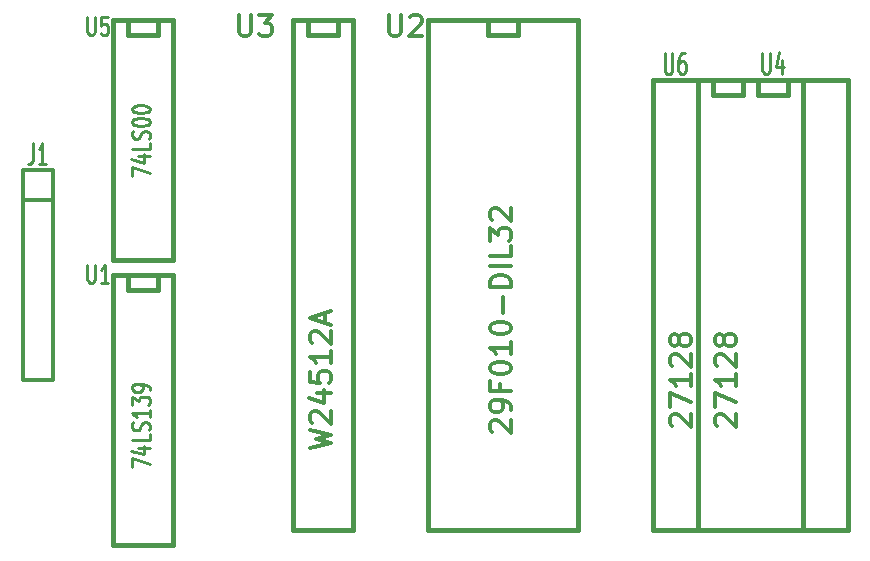
<source format=gto>
G04 (created by PCBNEW (2013-07-07 BZR 4022)-stable) date 11/12/2014 2:51:25 PM*
%MOIN*%
G04 Gerber Fmt 3.4, Leading zero omitted, Abs format*
%FSLAX34Y34*%
G01*
G70*
G90*
G04 APERTURE LIST*
%ADD10C,0.00590551*%
%ADD11C,0.012*%
%ADD12C,0.015*%
%ADD13C,0.0107*%
%ADD14C,0.01125*%
G04 APERTURE END LIST*
G54D10*
G54D11*
X84500Y-43500D02*
X84500Y-43500D01*
X84500Y-43500D02*
X84500Y-50500D01*
X84500Y-50500D02*
X83500Y-50500D01*
X83500Y-50500D02*
X83500Y-43500D01*
X83500Y-43500D02*
X84500Y-43500D01*
X83500Y-44500D02*
X83500Y-44500D01*
X83500Y-44500D02*
X84500Y-44500D01*
G54D12*
X102000Y-38500D02*
X102000Y-55500D01*
X102000Y-55500D02*
X97000Y-55500D01*
X97000Y-55500D02*
X97000Y-38500D01*
X97000Y-38500D02*
X102000Y-38500D01*
X99000Y-38500D02*
X99000Y-39000D01*
X99000Y-39000D02*
X100000Y-39000D01*
X100000Y-39000D02*
X100000Y-38500D01*
X109000Y-40500D02*
X109000Y-40500D01*
X109000Y-40500D02*
X109000Y-41000D01*
X109000Y-41000D02*
X108000Y-41000D01*
X108000Y-41000D02*
X108000Y-40500D01*
X111000Y-40500D02*
X111000Y-55500D01*
X111000Y-55500D02*
X106000Y-55500D01*
X106000Y-55500D02*
X106000Y-40500D01*
X106000Y-40500D02*
X111000Y-40500D01*
X107500Y-40500D02*
X107500Y-40500D01*
X107500Y-40500D02*
X107500Y-41000D01*
X107500Y-41000D02*
X106500Y-41000D01*
X106500Y-41000D02*
X106500Y-40500D01*
X109500Y-40500D02*
X109500Y-55500D01*
X109500Y-55500D02*
X104500Y-55500D01*
X104500Y-55500D02*
X104500Y-40500D01*
X104500Y-40500D02*
X109500Y-40500D01*
X88000Y-47000D02*
X88000Y-47000D01*
X88000Y-47000D02*
X88000Y-47500D01*
X88000Y-47500D02*
X87000Y-47500D01*
X87000Y-47500D02*
X87000Y-47000D01*
X88500Y-47000D02*
X88500Y-56000D01*
X88500Y-56000D02*
X86500Y-56000D01*
X86500Y-56000D02*
X86500Y-47000D01*
X86500Y-47000D02*
X88500Y-47000D01*
X88500Y-38500D02*
X88500Y-46500D01*
X86500Y-46500D02*
X86500Y-38500D01*
X86500Y-38500D02*
X88500Y-38500D01*
X88000Y-38500D02*
X88000Y-39000D01*
X88000Y-39000D02*
X87000Y-39000D01*
X87000Y-39000D02*
X87000Y-38500D01*
X88500Y-46500D02*
X86500Y-46500D01*
X93000Y-39000D02*
X93000Y-38500D01*
X94500Y-38500D02*
X92500Y-38500D01*
X94500Y-55500D02*
X92500Y-55500D01*
X94500Y-38500D02*
X94500Y-55500D01*
X92500Y-55500D02*
X92500Y-38500D01*
X94500Y-38500D02*
X94500Y-39000D01*
X93000Y-39000D02*
X94000Y-39000D01*
X94000Y-39000D02*
X94000Y-38500D01*
G54D13*
X83857Y-42594D02*
X83857Y-43081D01*
X83836Y-43178D01*
X83796Y-43243D01*
X83735Y-43275D01*
X83694Y-43275D01*
X84285Y-43275D02*
X84040Y-43275D01*
X84163Y-43275D02*
X84163Y-42594D01*
X84122Y-42691D01*
X84081Y-42756D01*
X84040Y-42789D01*
G54D11*
X95716Y-38333D02*
X95716Y-38900D01*
X95750Y-38966D01*
X95783Y-39000D01*
X95850Y-39033D01*
X95983Y-39033D01*
X96050Y-39000D01*
X96083Y-38966D01*
X96116Y-38900D01*
X96116Y-38333D01*
X96416Y-38400D02*
X96450Y-38366D01*
X96516Y-38333D01*
X96683Y-38333D01*
X96750Y-38366D01*
X96783Y-38400D01*
X96816Y-38466D01*
X96816Y-38533D01*
X96783Y-38633D01*
X96383Y-39033D01*
X96816Y-39033D01*
X99150Y-52233D02*
X99116Y-52199D01*
X99083Y-52133D01*
X99083Y-51966D01*
X99116Y-51899D01*
X99150Y-51866D01*
X99216Y-51833D01*
X99283Y-51833D01*
X99383Y-51866D01*
X99783Y-52266D01*
X99783Y-51833D01*
X99783Y-51499D02*
X99783Y-51366D01*
X99750Y-51299D01*
X99716Y-51266D01*
X99616Y-51199D01*
X99483Y-51166D01*
X99216Y-51166D01*
X99150Y-51199D01*
X99116Y-51233D01*
X99083Y-51299D01*
X99083Y-51433D01*
X99116Y-51499D01*
X99150Y-51533D01*
X99216Y-51566D01*
X99383Y-51566D01*
X99450Y-51533D01*
X99483Y-51499D01*
X99516Y-51433D01*
X99516Y-51299D01*
X99483Y-51233D01*
X99450Y-51199D01*
X99383Y-51166D01*
X99416Y-50633D02*
X99416Y-50866D01*
X99783Y-50866D02*
X99083Y-50866D01*
X99083Y-50533D01*
X99083Y-50133D02*
X99083Y-50066D01*
X99116Y-49999D01*
X99150Y-49966D01*
X99216Y-49933D01*
X99350Y-49899D01*
X99516Y-49899D01*
X99650Y-49933D01*
X99716Y-49966D01*
X99750Y-49999D01*
X99783Y-50066D01*
X99783Y-50133D01*
X99750Y-50199D01*
X99716Y-50233D01*
X99650Y-50266D01*
X99516Y-50299D01*
X99350Y-50299D01*
X99216Y-50266D01*
X99150Y-50233D01*
X99116Y-50199D01*
X99083Y-50133D01*
X99783Y-49233D02*
X99783Y-49633D01*
X99783Y-49433D02*
X99083Y-49433D01*
X99183Y-49500D01*
X99250Y-49566D01*
X99283Y-49633D01*
X99083Y-48800D02*
X99083Y-48733D01*
X99116Y-48666D01*
X99150Y-48633D01*
X99216Y-48600D01*
X99350Y-48566D01*
X99516Y-48566D01*
X99650Y-48600D01*
X99716Y-48633D01*
X99750Y-48666D01*
X99783Y-48733D01*
X99783Y-48800D01*
X99750Y-48866D01*
X99716Y-48900D01*
X99650Y-48933D01*
X99516Y-48966D01*
X99350Y-48966D01*
X99216Y-48933D01*
X99150Y-48900D01*
X99116Y-48866D01*
X99083Y-48800D01*
X99516Y-48266D02*
X99516Y-47733D01*
X99783Y-47400D02*
X99083Y-47400D01*
X99083Y-47233D01*
X99116Y-47133D01*
X99183Y-47066D01*
X99250Y-47033D01*
X99383Y-47000D01*
X99483Y-47000D01*
X99616Y-47033D01*
X99683Y-47066D01*
X99750Y-47133D01*
X99783Y-47233D01*
X99783Y-47400D01*
X99783Y-46700D02*
X99083Y-46700D01*
X99783Y-46033D02*
X99783Y-46366D01*
X99083Y-46366D01*
X99083Y-45866D02*
X99083Y-45433D01*
X99350Y-45666D01*
X99350Y-45566D01*
X99383Y-45500D01*
X99416Y-45466D01*
X99483Y-45433D01*
X99650Y-45433D01*
X99716Y-45466D01*
X99750Y-45500D01*
X99783Y-45566D01*
X99783Y-45766D01*
X99750Y-45833D01*
X99716Y-45866D01*
X99150Y-45166D02*
X99116Y-45133D01*
X99083Y-45066D01*
X99083Y-44900D01*
X99116Y-44833D01*
X99150Y-44800D01*
X99216Y-44766D01*
X99283Y-44766D01*
X99383Y-44800D01*
X99783Y-45200D01*
X99783Y-44766D01*
G54D14*
X108157Y-39583D02*
X108157Y-40150D01*
X108178Y-40216D01*
X108200Y-40250D01*
X108242Y-40283D01*
X108328Y-40283D01*
X108371Y-40250D01*
X108392Y-40216D01*
X108414Y-40150D01*
X108414Y-39583D01*
X108821Y-39816D02*
X108821Y-40283D01*
X108714Y-39550D02*
X108607Y-40050D01*
X108885Y-40050D01*
G54D11*
X106650Y-52033D02*
X106616Y-51999D01*
X106583Y-51933D01*
X106583Y-51766D01*
X106616Y-51699D01*
X106650Y-51666D01*
X106716Y-51633D01*
X106783Y-51633D01*
X106883Y-51666D01*
X107283Y-52066D01*
X107283Y-51633D01*
X106583Y-51399D02*
X106583Y-50933D01*
X107283Y-51233D01*
X107283Y-50299D02*
X107283Y-50699D01*
X107283Y-50499D02*
X106583Y-50499D01*
X106683Y-50566D01*
X106750Y-50633D01*
X106783Y-50699D01*
X106650Y-50033D02*
X106616Y-50000D01*
X106583Y-49933D01*
X106583Y-49766D01*
X106616Y-49700D01*
X106650Y-49666D01*
X106716Y-49633D01*
X106783Y-49633D01*
X106883Y-49666D01*
X107283Y-50066D01*
X107283Y-49633D01*
X106883Y-49233D02*
X106850Y-49300D01*
X106816Y-49333D01*
X106750Y-49366D01*
X106716Y-49366D01*
X106650Y-49333D01*
X106616Y-49300D01*
X106583Y-49233D01*
X106583Y-49100D01*
X106616Y-49033D01*
X106650Y-49000D01*
X106716Y-48966D01*
X106750Y-48966D01*
X106816Y-49000D01*
X106850Y-49033D01*
X106883Y-49100D01*
X106883Y-49233D01*
X106916Y-49300D01*
X106950Y-49333D01*
X107016Y-49366D01*
X107150Y-49366D01*
X107216Y-49333D01*
X107250Y-49300D01*
X107283Y-49233D01*
X107283Y-49100D01*
X107250Y-49033D01*
X107216Y-49000D01*
X107150Y-48966D01*
X107016Y-48966D01*
X106950Y-49000D01*
X106916Y-49033D01*
X106883Y-49100D01*
G54D14*
X104907Y-39583D02*
X104907Y-40150D01*
X104928Y-40216D01*
X104950Y-40250D01*
X104992Y-40283D01*
X105078Y-40283D01*
X105121Y-40250D01*
X105142Y-40216D01*
X105164Y-40150D01*
X105164Y-39583D01*
X105571Y-39583D02*
X105485Y-39583D01*
X105442Y-39616D01*
X105421Y-39650D01*
X105378Y-39750D01*
X105357Y-39883D01*
X105357Y-40150D01*
X105378Y-40216D01*
X105400Y-40250D01*
X105442Y-40283D01*
X105528Y-40283D01*
X105571Y-40250D01*
X105592Y-40216D01*
X105614Y-40150D01*
X105614Y-39983D01*
X105592Y-39916D01*
X105571Y-39883D01*
X105528Y-39850D01*
X105442Y-39850D01*
X105400Y-39883D01*
X105378Y-39916D01*
X105357Y-39983D01*
G54D11*
X105150Y-52033D02*
X105116Y-51999D01*
X105083Y-51933D01*
X105083Y-51766D01*
X105116Y-51699D01*
X105150Y-51666D01*
X105216Y-51633D01*
X105283Y-51633D01*
X105383Y-51666D01*
X105783Y-52066D01*
X105783Y-51633D01*
X105083Y-51399D02*
X105083Y-50933D01*
X105783Y-51233D01*
X105783Y-50299D02*
X105783Y-50699D01*
X105783Y-50499D02*
X105083Y-50499D01*
X105183Y-50566D01*
X105250Y-50633D01*
X105283Y-50699D01*
X105150Y-50033D02*
X105116Y-50000D01*
X105083Y-49933D01*
X105083Y-49766D01*
X105116Y-49700D01*
X105150Y-49666D01*
X105216Y-49633D01*
X105283Y-49633D01*
X105383Y-49666D01*
X105783Y-50066D01*
X105783Y-49633D01*
X105383Y-49233D02*
X105350Y-49300D01*
X105316Y-49333D01*
X105250Y-49366D01*
X105216Y-49366D01*
X105150Y-49333D01*
X105116Y-49300D01*
X105083Y-49233D01*
X105083Y-49100D01*
X105116Y-49033D01*
X105150Y-49000D01*
X105216Y-48966D01*
X105250Y-48966D01*
X105316Y-49000D01*
X105350Y-49033D01*
X105383Y-49100D01*
X105383Y-49233D01*
X105416Y-49300D01*
X105450Y-49333D01*
X105516Y-49366D01*
X105650Y-49366D01*
X105716Y-49333D01*
X105750Y-49300D01*
X105783Y-49233D01*
X105783Y-49100D01*
X105750Y-49033D01*
X105716Y-49000D01*
X105650Y-48966D01*
X105516Y-48966D01*
X105450Y-49000D01*
X105416Y-49033D01*
X105383Y-49100D01*
G54D14*
X85657Y-46642D02*
X85657Y-47128D01*
X85678Y-47185D01*
X85700Y-47214D01*
X85742Y-47242D01*
X85828Y-47242D01*
X85871Y-47214D01*
X85892Y-47185D01*
X85914Y-47128D01*
X85914Y-46642D01*
X86364Y-47242D02*
X86107Y-47242D01*
X86235Y-47242D02*
X86235Y-46642D01*
X86192Y-46728D01*
X86150Y-46785D01*
X86107Y-46814D01*
G54D11*
G54D14*
X87142Y-53403D02*
X87142Y-53103D01*
X87742Y-53296D01*
X87342Y-52739D02*
X87742Y-52739D01*
X87114Y-52846D02*
X87542Y-52953D01*
X87542Y-52674D01*
X87742Y-52289D02*
X87742Y-52503D01*
X87142Y-52503D01*
X87714Y-52160D02*
X87742Y-52096D01*
X87742Y-51989D01*
X87714Y-51946D01*
X87685Y-51924D01*
X87628Y-51903D01*
X87571Y-51903D01*
X87514Y-51924D01*
X87485Y-51946D01*
X87457Y-51989D01*
X87428Y-52074D01*
X87400Y-52117D01*
X87371Y-52139D01*
X87314Y-52160D01*
X87257Y-52160D01*
X87200Y-52139D01*
X87171Y-52117D01*
X87142Y-52074D01*
X87142Y-51967D01*
X87171Y-51903D01*
X87742Y-51475D02*
X87742Y-51732D01*
X87742Y-51603D02*
X87142Y-51603D01*
X87228Y-51646D01*
X87285Y-51689D01*
X87314Y-51732D01*
X87142Y-51325D02*
X87142Y-51046D01*
X87371Y-51196D01*
X87371Y-51132D01*
X87400Y-51089D01*
X87428Y-51067D01*
X87485Y-51046D01*
X87628Y-51046D01*
X87685Y-51067D01*
X87714Y-51089D01*
X87742Y-51132D01*
X87742Y-51260D01*
X87714Y-51303D01*
X87685Y-51325D01*
X87742Y-50832D02*
X87742Y-50746D01*
X87714Y-50703D01*
X87685Y-50682D01*
X87600Y-50639D01*
X87485Y-50617D01*
X87257Y-50617D01*
X87200Y-50639D01*
X87171Y-50660D01*
X87142Y-50703D01*
X87142Y-50789D01*
X87171Y-50832D01*
X87200Y-50853D01*
X87257Y-50875D01*
X87400Y-50875D01*
X87457Y-50853D01*
X87485Y-50832D01*
X87514Y-50789D01*
X87514Y-50703D01*
X87485Y-50660D01*
X87457Y-50639D01*
X87400Y-50617D01*
G54D11*
G54D14*
X85657Y-38392D02*
X85657Y-38878D01*
X85678Y-38935D01*
X85700Y-38964D01*
X85742Y-38992D01*
X85828Y-38992D01*
X85871Y-38964D01*
X85892Y-38935D01*
X85914Y-38878D01*
X85914Y-38392D01*
X86342Y-38392D02*
X86128Y-38392D01*
X86107Y-38678D01*
X86128Y-38650D01*
X86171Y-38621D01*
X86278Y-38621D01*
X86321Y-38650D01*
X86342Y-38678D01*
X86364Y-38735D01*
X86364Y-38878D01*
X86342Y-38935D01*
X86321Y-38964D01*
X86278Y-38992D01*
X86171Y-38992D01*
X86128Y-38964D01*
X86107Y-38935D01*
G54D11*
G54D14*
X87142Y-43689D02*
X87142Y-43389D01*
X87742Y-43582D01*
X87342Y-43024D02*
X87742Y-43024D01*
X87114Y-43132D02*
X87542Y-43239D01*
X87542Y-42960D01*
X87742Y-42574D02*
X87742Y-42789D01*
X87142Y-42789D01*
X87714Y-42446D02*
X87742Y-42382D01*
X87742Y-42274D01*
X87714Y-42232D01*
X87685Y-42210D01*
X87628Y-42189D01*
X87571Y-42189D01*
X87514Y-42210D01*
X87485Y-42232D01*
X87457Y-42274D01*
X87428Y-42360D01*
X87400Y-42403D01*
X87371Y-42424D01*
X87314Y-42446D01*
X87257Y-42446D01*
X87200Y-42424D01*
X87171Y-42403D01*
X87142Y-42360D01*
X87142Y-42253D01*
X87171Y-42189D01*
X87142Y-41910D02*
X87142Y-41867D01*
X87171Y-41825D01*
X87200Y-41803D01*
X87257Y-41782D01*
X87371Y-41760D01*
X87514Y-41760D01*
X87628Y-41782D01*
X87685Y-41803D01*
X87714Y-41825D01*
X87742Y-41867D01*
X87742Y-41910D01*
X87714Y-41953D01*
X87685Y-41975D01*
X87628Y-41996D01*
X87514Y-42017D01*
X87371Y-42017D01*
X87257Y-41996D01*
X87200Y-41975D01*
X87171Y-41953D01*
X87142Y-41910D01*
X87142Y-41482D02*
X87142Y-41439D01*
X87171Y-41396D01*
X87200Y-41375D01*
X87257Y-41353D01*
X87371Y-41332D01*
X87514Y-41332D01*
X87628Y-41353D01*
X87685Y-41375D01*
X87714Y-41396D01*
X87742Y-41439D01*
X87742Y-41482D01*
X87714Y-41525D01*
X87685Y-41546D01*
X87628Y-41567D01*
X87514Y-41589D01*
X87371Y-41589D01*
X87257Y-41567D01*
X87200Y-41546D01*
X87171Y-41525D01*
X87142Y-41482D01*
G54D11*
X90716Y-38333D02*
X90716Y-38900D01*
X90750Y-38966D01*
X90783Y-39000D01*
X90850Y-39033D01*
X90983Y-39033D01*
X91050Y-39000D01*
X91083Y-38966D01*
X91116Y-38900D01*
X91116Y-38333D01*
X91383Y-38333D02*
X91816Y-38333D01*
X91583Y-38600D01*
X91683Y-38600D01*
X91750Y-38633D01*
X91783Y-38666D01*
X91816Y-38733D01*
X91816Y-38900D01*
X91783Y-38966D01*
X91750Y-39000D01*
X91683Y-39033D01*
X91483Y-39033D01*
X91416Y-39000D01*
X91383Y-38966D01*
X93083Y-52766D02*
X93783Y-52599D01*
X93283Y-52466D01*
X93783Y-52333D01*
X93083Y-52166D01*
X93150Y-51933D02*
X93116Y-51899D01*
X93083Y-51833D01*
X93083Y-51666D01*
X93116Y-51599D01*
X93150Y-51566D01*
X93216Y-51533D01*
X93283Y-51533D01*
X93383Y-51566D01*
X93783Y-51966D01*
X93783Y-51533D01*
X93316Y-50933D02*
X93783Y-50933D01*
X93050Y-51099D02*
X93550Y-51266D01*
X93550Y-50833D01*
X93083Y-50233D02*
X93083Y-50566D01*
X93416Y-50599D01*
X93383Y-50566D01*
X93350Y-50499D01*
X93350Y-50333D01*
X93383Y-50266D01*
X93416Y-50233D01*
X93483Y-50199D01*
X93650Y-50199D01*
X93716Y-50233D01*
X93750Y-50266D01*
X93783Y-50333D01*
X93783Y-50499D01*
X93750Y-50566D01*
X93716Y-50599D01*
X93783Y-49533D02*
X93783Y-49933D01*
X93783Y-49733D02*
X93083Y-49733D01*
X93183Y-49800D01*
X93250Y-49866D01*
X93283Y-49933D01*
X93150Y-49266D02*
X93116Y-49233D01*
X93083Y-49166D01*
X93083Y-49000D01*
X93116Y-48933D01*
X93150Y-48900D01*
X93216Y-48866D01*
X93283Y-48866D01*
X93383Y-48900D01*
X93783Y-49300D01*
X93783Y-48866D01*
X93583Y-48600D02*
X93583Y-48266D01*
X93783Y-48666D02*
X93083Y-48433D01*
X93783Y-48200D01*
M02*

</source>
